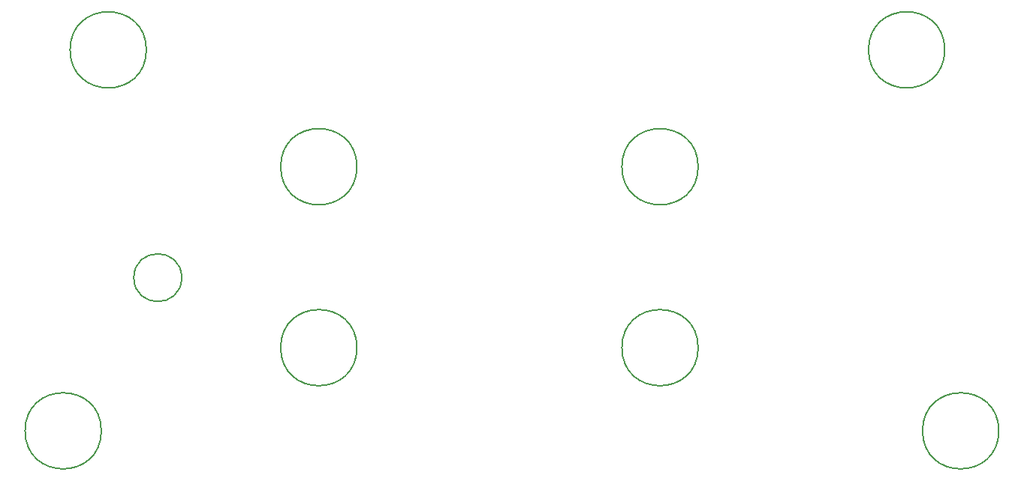
<source format=gbr>
%TF.GenerationSoftware,KiCad,Pcbnew,7.0.11-7.0.11~ubuntu22.04.1*%
%TF.CreationDate,2024-09-19T14:11:49-04:00*%
%TF.ProjectId,colecovision_controller,636f6c65-636f-4766-9973-696f6e5f636f,rev?*%
%TF.SameCoordinates,Original*%
%TF.FileFunction,Other,Comment*%
%FSLAX46Y46*%
G04 Gerber Fmt 4.6, Leading zero omitted, Abs format (unit mm)*
G04 Created by KiCad (PCBNEW 7.0.11-7.0.11~ubuntu22.04.1) date 2024-09-19 14:11:49*
%MOMM*%
%LPD*%
G01*
G04 APERTURE LIST*
%ADD10C,0.150000*%
G04 APERTURE END LIST*
D10*
%TO.C,H7*%
X106078000Y-108422000D02*
G75*
G03*
X100678000Y-108422000I-2700000J0D01*
G01*
X100678000Y-108422000D02*
G75*
G03*
X106078000Y-108422000I2700000J0D01*
G01*
%TO.C,H1*%
X102090000Y-82677000D02*
G75*
G03*
X93490000Y-82677000I-4300000J0D01*
G01*
X93490000Y-82677000D02*
G75*
G03*
X102090000Y-82677000I4300000J0D01*
G01*
%TO.C,H2*%
X192133000Y-82677000D02*
G75*
G03*
X183533000Y-82677000I-4300000J0D01*
G01*
X183533000Y-82677000D02*
G75*
G03*
X192133000Y-82677000I4300000J0D01*
G01*
%TO.C,H3*%
X125839000Y-116332000D02*
G75*
G03*
X117239000Y-116332000I-4300000J0D01*
G01*
X117239000Y-116332000D02*
G75*
G03*
X125839000Y-116332000I4300000J0D01*
G01*
%TO.C,H4*%
X164320000Y-95885000D02*
G75*
G03*
X155720000Y-95885000I-4300000J0D01*
G01*
X155720000Y-95885000D02*
G75*
G03*
X164320000Y-95885000I4300000J0D01*
G01*
%TO.C,H5*%
X97010000Y-125730000D02*
G75*
G03*
X88410000Y-125730000I-4300000J0D01*
G01*
X88410000Y-125730000D02*
G75*
G03*
X97010000Y-125730000I4300000J0D01*
G01*
%TO.C,H6*%
X198229000Y-125730000D02*
G75*
G03*
X189629000Y-125730000I-4300000J0D01*
G01*
X189629000Y-125730000D02*
G75*
G03*
X198229000Y-125730000I4300000J0D01*
G01*
%TO.C,H8*%
X164320000Y-116332000D02*
G75*
G03*
X155720000Y-116332000I-4300000J0D01*
G01*
X155720000Y-116332000D02*
G75*
G03*
X164320000Y-116332000I4300000J0D01*
G01*
%TO.C,H9*%
X125839000Y-95885000D02*
G75*
G03*
X117239000Y-95885000I-4300000J0D01*
G01*
X117239000Y-95885000D02*
G75*
G03*
X125839000Y-95885000I4300000J0D01*
G01*
%TD*%
M02*

</source>
